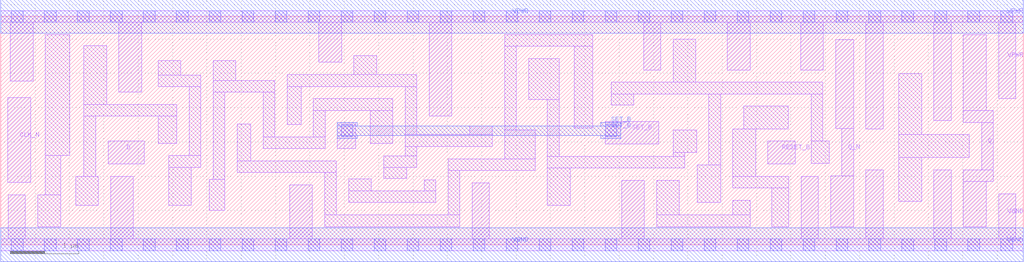
<source format=lef>
# Copyright 2020 The SkyWater PDK Authors
#
# Licensed under the Apache License, Version 2.0 (the "License");
# you may not use this file except in compliance with the License.
# You may obtain a copy of the License at
#
#     https://www.apache.org/licenses/LICENSE-2.0
#
# Unless required by applicable law or agreed to in writing, software
# distributed under the License is distributed on an "AS IS" BASIS,
# WITHOUT WARRANTIES OR CONDITIONS OF ANY KIND, either express or implied.
# See the License for the specific language governing permissions and
# limitations under the License.
#
# SPDX-License-Identifier: Apache-2.0

VERSION 5.7 ;
  NAMESCASESENSITIVE ON ;
  NOWIREEXTENSIONATPIN ON ;
  DIVIDERCHAR "/" ;
  BUSBITCHARS "[]" ;
UNITS
  DATABASE MICRONS 200 ;
END UNITS
MACRO sky130_fd_sc_lp__dfbbn_2
  CLASS CORE ;
  SOURCE USER ;
  FOREIGN sky130_fd_sc_lp__dfbbn_2 ;
  ORIGIN  0.000000  0.000000 ;
  SIZE  14.88000 BY  3.330000 ;
  SYMMETRY X Y R90 ;
  SITE unit ;
  PIN D
    ANTENNAGATEAREA  0.126000 ;
    DIRECTION INPUT ;
    USE SIGNAL ;
    PORT
      LAYER li1 ;
        RECT 1.565000 1.180000 2.085000 1.510000 ;
    END
  END D
  PIN Q
    ANTENNADIFFAREA  0.588000 ;
    DIRECTION OUTPUT ;
    USE SIGNAL ;
    PORT
      LAYER li1 ;
        RECT 14.010000 0.265000 14.340000 0.925000 ;
        RECT 14.010000 0.925000 14.445000 1.095000 ;
        RECT 14.010000 1.785000 14.445000 1.955000 ;
        RECT 14.010000 1.955000 14.340000 3.065000 ;
        RECT 14.275000 1.095000 14.445000 1.785000 ;
    END
  END Q
  PIN Q_N
    ANTENNADIFFAREA  0.588000 ;
    DIRECTION OUTPUT ;
    USE SIGNAL ;
    PORT
      LAYER li1 ;
        RECT 12.080000 0.265000 12.410000 1.005000 ;
        RECT 12.150000 1.695000 12.410000 2.990000 ;
        RECT 12.240000 1.005000 12.410000 1.695000 ;
    END
  END Q_N
  PIN RESET_B
    ANTENNAGATEAREA  0.159000 ;
    DIRECTION INPUT ;
    USE SIGNAL ;
    PORT
      LAYER li1 ;
        RECT 11.165000 1.180000 11.560000 1.510000 ;
    END
  END RESET_B
  PIN SET_B
    ANTENNAGATEAREA  0.444000 ;
    DIRECTION INPUT ;
    USE SIGNAL ;
    PORT
      LAYER li1 ;
        RECT 4.900000 1.405000 5.165000 1.780000 ;
        RECT 8.795000 1.470000 9.575000 1.800000 ;
      LAYER mcon ;
        RECT 4.955000 1.580000 5.125000 1.750000 ;
        RECT 8.795000 1.580000 8.965000 1.750000 ;
      LAYER met1 ;
        RECT 4.895000 1.550000 5.185000 1.595000 ;
        RECT 4.895000 1.595000 9.025000 1.735000 ;
        RECT 4.895000 1.735000 5.185000 1.780000 ;
        RECT 8.735000 1.550000 9.025000 1.595000 ;
        RECT 8.735000 1.735000 9.025000 1.780000 ;
    END
  END SET_B
  PIN CLK_N
    ANTENNAGATEAREA  0.159000 ;
    DIRECTION INPUT ;
    USE CLOCK ;
    PORT
      LAYER li1 ;
        RECT 0.105000 0.910000 0.435000 2.150000 ;
    END
  END CLK_N
  PIN VGND
    DIRECTION INOUT ;
    USE GROUND ;
    PORT
      LAYER li1 ;
        RECT  0.000000 -0.085000 14.880000 0.085000 ;
        RECT  0.110000  0.085000  0.360000 0.725000 ;
        RECT  1.600000  0.085000  1.930000 1.000000 ;
        RECT  4.205000  0.085000  4.535000 0.875000 ;
        RECT  6.860000  0.085000  7.110000 0.905000 ;
        RECT  9.035000  0.085000  9.365000 0.940000 ;
        RECT 11.650000  0.085000 11.900000 1.000000 ;
        RECT 12.590000  0.085000 12.840000 1.095000 ;
        RECT 13.580000  0.085000 13.830000 1.095000 ;
        RECT 14.520000  0.085000 14.770000 0.745000 ;
      LAYER mcon ;
        RECT  0.155000 -0.085000  0.325000 0.085000 ;
        RECT  0.635000 -0.085000  0.805000 0.085000 ;
        RECT  1.115000 -0.085000  1.285000 0.085000 ;
        RECT  1.595000 -0.085000  1.765000 0.085000 ;
        RECT  2.075000 -0.085000  2.245000 0.085000 ;
        RECT  2.555000 -0.085000  2.725000 0.085000 ;
        RECT  3.035000 -0.085000  3.205000 0.085000 ;
        RECT  3.515000 -0.085000  3.685000 0.085000 ;
        RECT  3.995000 -0.085000  4.165000 0.085000 ;
        RECT  4.475000 -0.085000  4.645000 0.085000 ;
        RECT  4.955000 -0.085000  5.125000 0.085000 ;
        RECT  5.435000 -0.085000  5.605000 0.085000 ;
        RECT  5.915000 -0.085000  6.085000 0.085000 ;
        RECT  6.395000 -0.085000  6.565000 0.085000 ;
        RECT  6.875000 -0.085000  7.045000 0.085000 ;
        RECT  7.355000 -0.085000  7.525000 0.085000 ;
        RECT  7.835000 -0.085000  8.005000 0.085000 ;
        RECT  8.315000 -0.085000  8.485000 0.085000 ;
        RECT  8.795000 -0.085000  8.965000 0.085000 ;
        RECT  9.275000 -0.085000  9.445000 0.085000 ;
        RECT  9.755000 -0.085000  9.925000 0.085000 ;
        RECT 10.235000 -0.085000 10.405000 0.085000 ;
        RECT 10.715000 -0.085000 10.885000 0.085000 ;
        RECT 11.195000 -0.085000 11.365000 0.085000 ;
        RECT 11.675000 -0.085000 11.845000 0.085000 ;
        RECT 12.155000 -0.085000 12.325000 0.085000 ;
        RECT 12.635000 -0.085000 12.805000 0.085000 ;
        RECT 13.115000 -0.085000 13.285000 0.085000 ;
        RECT 13.595000 -0.085000 13.765000 0.085000 ;
        RECT 14.075000 -0.085000 14.245000 0.085000 ;
        RECT 14.555000 -0.085000 14.725000 0.085000 ;
      LAYER met1 ;
        RECT 0.000000 -0.245000 14.880000 0.245000 ;
    END
  END VGND
  PIN VPWR
    DIRECTION INOUT ;
    USE POWER ;
    PORT
      LAYER li1 ;
        RECT  0.000000 3.245000 14.880000 3.415000 ;
        RECT  0.140000 2.385000  0.470000 3.245000 ;
        RECT  1.720000 2.225000  2.050000 3.245000 ;
        RECT  4.630000 2.660000  4.960000 3.245000 ;
        RECT  6.235000 1.875000  6.565000 3.245000 ;
        RECT  9.355000 2.550000  9.605000 3.245000 ;
        RECT 10.575000 2.550000 10.905000 3.245000 ;
        RECT 11.640000 2.550000 11.970000 3.245000 ;
        RECT 12.590000 1.690000 12.840000 3.245000 ;
        RECT 13.580000 1.815000 13.830000 3.245000 ;
        RECT 14.520000 2.135000 14.770000 3.245000 ;
      LAYER mcon ;
        RECT  0.155000 3.245000  0.325000 3.415000 ;
        RECT  0.635000 3.245000  0.805000 3.415000 ;
        RECT  1.115000 3.245000  1.285000 3.415000 ;
        RECT  1.595000 3.245000  1.765000 3.415000 ;
        RECT  2.075000 3.245000  2.245000 3.415000 ;
        RECT  2.555000 3.245000  2.725000 3.415000 ;
        RECT  3.035000 3.245000  3.205000 3.415000 ;
        RECT  3.515000 3.245000  3.685000 3.415000 ;
        RECT  3.995000 3.245000  4.165000 3.415000 ;
        RECT  4.475000 3.245000  4.645000 3.415000 ;
        RECT  4.955000 3.245000  5.125000 3.415000 ;
        RECT  5.435000 3.245000  5.605000 3.415000 ;
        RECT  5.915000 3.245000  6.085000 3.415000 ;
        RECT  6.395000 3.245000  6.565000 3.415000 ;
        RECT  6.875000 3.245000  7.045000 3.415000 ;
        RECT  7.355000 3.245000  7.525000 3.415000 ;
        RECT  7.835000 3.245000  8.005000 3.415000 ;
        RECT  8.315000 3.245000  8.485000 3.415000 ;
        RECT  8.795000 3.245000  8.965000 3.415000 ;
        RECT  9.275000 3.245000  9.445000 3.415000 ;
        RECT  9.755000 3.245000  9.925000 3.415000 ;
        RECT 10.235000 3.245000 10.405000 3.415000 ;
        RECT 10.715000 3.245000 10.885000 3.415000 ;
        RECT 11.195000 3.245000 11.365000 3.415000 ;
        RECT 11.675000 3.245000 11.845000 3.415000 ;
        RECT 12.155000 3.245000 12.325000 3.415000 ;
        RECT 12.635000 3.245000 12.805000 3.415000 ;
        RECT 13.115000 3.245000 13.285000 3.415000 ;
        RECT 13.595000 3.245000 13.765000 3.415000 ;
        RECT 14.075000 3.245000 14.245000 3.415000 ;
        RECT 14.555000 3.245000 14.725000 3.415000 ;
      LAYER met1 ;
        RECT 0.000000 3.085000 14.880000 3.575000 ;
    END
  END VPWR
  OBS
    LAYER li1 ;
      RECT  0.540000 0.265000  0.870000 0.725000 ;
      RECT  0.650000 0.725000  0.870000 1.300000 ;
      RECT  0.650000 1.300000  1.005000 3.065000 ;
      RECT  1.090000 0.575000  1.420000 1.000000 ;
      RECT  1.210000 1.000000  1.380000 1.875000 ;
      RECT  1.210000 1.875000  2.560000 2.045000 ;
      RECT  1.210000 2.045000  1.540000 2.905000 ;
      RECT  2.290000 2.305000  2.910000 2.475000 ;
      RECT  2.290000 2.475000  2.620000 2.685000 ;
      RECT  2.295000 1.480000  2.560000 1.875000 ;
      RECT  2.445000 0.575000  2.775000 1.130000 ;
      RECT  2.445000 1.130000  2.910000 1.300000 ;
      RECT  2.740000 1.300000  2.910000 2.305000 ;
      RECT  3.035000 0.500000  3.260000 0.950000 ;
      RECT  3.090000 0.950000  3.260000 2.225000 ;
      RECT  3.090000 2.225000  3.990000 2.395000 ;
      RECT  3.090000 2.395000  3.420000 2.685000 ;
      RECT  3.440000 1.055000  4.885000 1.225000 ;
      RECT  3.440000 1.225000  3.640000 1.760000 ;
      RECT  3.820000 1.405000  4.720000 1.575000 ;
      RECT  3.820000 1.575000  3.990000 2.225000 ;
      RECT  4.170000 1.755000  4.370000 2.310000 ;
      RECT  4.170000 2.310000  6.055000 2.480000 ;
      RECT  4.550000 1.575000  4.720000 1.960000 ;
      RECT  4.550000 1.960000  5.705000 2.130000 ;
      RECT  4.715000 0.265000  6.680000 0.435000 ;
      RECT  4.715000 0.435000  4.885000 1.055000 ;
      RECT  5.065000 0.615000  6.330000 0.785000 ;
      RECT  5.065000 0.785000  5.395000 0.960000 ;
      RECT  5.140000 2.480000  5.470000 2.755000 ;
      RECT  5.375000 1.475000  5.705000 1.960000 ;
      RECT  5.575000 0.965000  5.905000 1.125000 ;
      RECT  5.575000 1.125000  6.055000 1.295000 ;
      RECT  5.885000 1.295000  6.055000 1.435000 ;
      RECT  5.885000 1.435000  7.155000 1.605000 ;
      RECT  5.885000 1.605000  6.055000 2.310000 ;
      RECT  6.160000 0.785000  6.330000 0.945000 ;
      RECT  6.510000 0.435000  6.680000 1.085000 ;
      RECT  6.510000 1.085000  7.775000 1.255000 ;
      RECT  6.825000 1.605000  7.155000 1.735000 ;
      RECT  7.335000 1.255000  7.775000 1.675000 ;
      RECT  7.335000 1.675000  7.505000 2.895000 ;
      RECT  7.335000 2.895000  8.615000 3.065000 ;
      RECT  7.685000 2.120000  8.125000 2.715000 ;
      RECT  7.955000 0.575000  8.285000 1.120000 ;
      RECT  7.955000 1.120000  9.955000 1.290000 ;
      RECT  7.955000 1.290000  8.125000 2.120000 ;
      RECT  8.345000 1.700000  8.615000 2.895000 ;
      RECT  8.885000 2.040000  9.215000 2.200000 ;
      RECT  8.885000 2.200000 11.965000 2.370000 ;
      RECT  9.545000 0.265000 10.905000 0.435000 ;
      RECT  9.545000 0.435000  9.875000 0.940000 ;
      RECT  9.785000 1.290000  9.955000 1.345000 ;
      RECT  9.785000 1.345000 10.125000 1.675000 ;
      RECT  9.785000 2.370000 10.115000 3.000000 ;
      RECT 10.135000 0.615000 10.475000 1.165000 ;
      RECT 10.305000 1.165000 10.475000 2.200000 ;
      RECT 10.655000 0.435000 10.905000 0.650000 ;
      RECT 10.655000 0.830000 11.470000 1.000000 ;
      RECT 10.655000 1.000000 10.985000 1.690000 ;
      RECT 10.815000 1.690000 11.460000 2.020000 ;
      RECT 11.220000 0.265000 11.470000 0.830000 ;
      RECT 11.795000 1.185000 12.060000 1.515000 ;
      RECT 11.795000 1.515000 11.965000 2.200000 ;
      RECT 13.070000 0.635000 13.400000 1.275000 ;
      RECT 13.070000 1.275000 14.095000 1.605000 ;
      RECT 13.070000 1.605000 13.400000 2.495000 ;
  END
END sky130_fd_sc_lp__dfbbn_2

</source>
